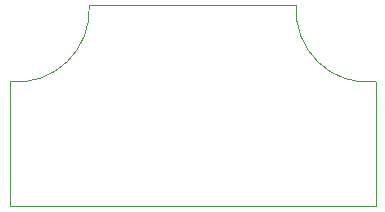
<source format=gbr>
%TF.GenerationSoftware,KiCad,Pcbnew,(5.99.0-2965-g3673c2369)*%
%TF.CreationDate,2020-08-27T12:58:17+03:00*%
%TF.ProjectId,aceitera,61636569-7465-4726-912e-6b696361645f,rev?*%
%TF.SameCoordinates,Original*%
%TF.FileFunction,Profile,NP*%
%FSLAX46Y46*%
G04 Gerber Fmt 4.6, Leading zero omitted, Abs format (unit mm)*
G04 Created by KiCad (PCBNEW (5.99.0-2965-g3673c2369)) date 2020-08-27 12:58:17*
%MOMM*%
%LPD*%
G01*
G04 APERTURE LIST*
%TA.AperFunction,Profile*%
%ADD10C,0.100000*%
%TD*%
G04 APERTURE END LIST*
D10*
X101473000Y-91567000D02*
X101473000Y-81026000D01*
X101473000Y-91567000D02*
X132461000Y-91567000D01*
X108204000Y-74549000D02*
X125730000Y-74549000D01*
X132461000Y-91567000D02*
X132461000Y-81026000D01*
X108204001Y-74549000D02*
G75*
G02*
X101473000Y-81026000I-6153367J-341305D01*
G01*
X125729999Y-74549000D02*
G75*
G03*
X132461000Y-81026000I6067403J-430640D01*
G01*
M02*

</source>
